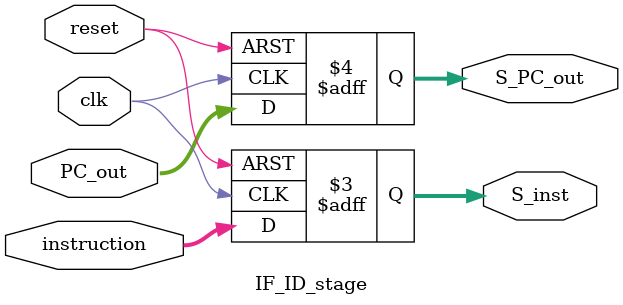
<source format=v>
`timescale 1ns / 1ps


module IF_ID_stage(
input clk,
input reset ,
//input n_stall, //add a stall 
input [31:0] instruction, //going in instruction 
input [63:0] PC_out, //take from pc
output reg [31:0] S_inst,// instruction from if/id
output reg [63:0] S_PC_out// pc_out from if/id
    );
always @(posedge clk or posedge reset) 
    // upon each reset change to zero
    begin 
    if(reset == 1'b1) 
        begin 
        S_inst = 0;
        S_PC_out = 0;
        end 
    else 
        begin
        S_inst = instruction;
        S_PC_out = PC_out;
        end
    end
endmodule


</source>
